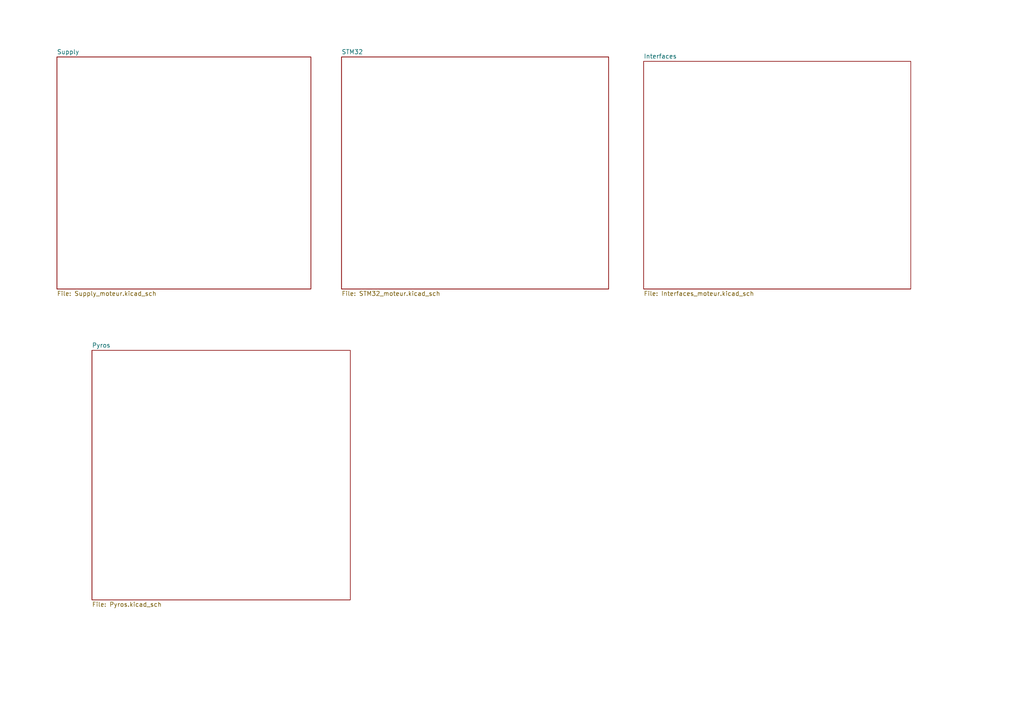
<source format=kicad_sch>
(kicad_sch
	(version 20250114)
	(generator "eeschema")
	(generator_version "9.0")
	(uuid "b0d87684-7b1c-41d8-8358-755aa327573e")
	(paper "A4")
	(lib_symbols)
	(sheet
		(at 26.67 101.6)
		(size 74.93 72.39)
		(exclude_from_sim no)
		(in_bom yes)
		(on_board yes)
		(dnp no)
		(fields_autoplaced yes)
		(stroke
			(width 0.1524)
			(type solid)
		)
		(fill
			(color 0 0 0 0.0000)
		)
		(uuid "1c3f73a9-ace7-4654-9081-04f4c5cd0c08")
		(property "Sheetname" "Pyros"
			(at 26.67 100.8884 0)
			(effects
				(font
					(size 1.27 1.27)
				)
				(justify left bottom)
			)
		)
		(property "Sheetfile" "Pyros.kicad_sch"
			(at 26.67 174.5746 0)
			(effects
				(font
					(size 1.27 1.27)
				)
				(justify left top)
			)
		)
		(instances
			(project "PCB_moteur"
				(path "/b0d87684-7b1c-41d8-8358-755aa327573e"
					(page "5")
				)
			)
		)
	)
	(sheet
		(at 99.06 16.51)
		(size 77.47 67.31)
		(exclude_from_sim no)
		(in_bom yes)
		(on_board yes)
		(dnp no)
		(fields_autoplaced yes)
		(stroke
			(width 0.1524)
			(type solid)
		)
		(fill
			(color 0 0 0 0.0000)
		)
		(uuid "753d1783-c2f5-4012-bbb8-3f4eadf066f6")
		(property "Sheetname" "STM32"
			(at 99.06 15.7984 0)
			(effects
				(font
					(size 1.27 1.27)
				)
				(justify left bottom)
			)
		)
		(property "Sheetfile" "STM32_moteur.kicad_sch"
			(at 99.06 84.4046 0)
			(effects
				(font
					(size 1.27 1.27)
				)
				(justify left top)
			)
		)
		(instances
			(project "PCB_moteur"
				(path "/b0d87684-7b1c-41d8-8358-755aa327573e"
					(page "3")
				)
			)
		)
	)
	(sheet
		(at 16.51 16.51)
		(size 73.66 67.31)
		(exclude_from_sim no)
		(in_bom yes)
		(on_board yes)
		(dnp no)
		(fields_autoplaced yes)
		(stroke
			(width 0.1524)
			(type solid)
		)
		(fill
			(color 0 0 0 0.0000)
		)
		(uuid "92d1df5d-a307-4eea-a65c-ade4cb0ad548")
		(property "Sheetname" "Supply"
			(at 16.51 15.7984 0)
			(effects
				(font
					(size 1.27 1.27)
				)
				(justify left bottom)
			)
		)
		(property "Sheetfile" "Supply_moteur.kicad_sch"
			(at 16.51 84.4046 0)
			(effects
				(font
					(size 1.27 1.27)
				)
				(justify left top)
			)
		)
		(instances
			(project "PCB_moteur"
				(path "/b0d87684-7b1c-41d8-8358-755aa327573e"
					(page "2")
				)
			)
		)
	)
	(sheet
		(at 186.69 17.78)
		(size 77.47 66.04)
		(exclude_from_sim no)
		(in_bom yes)
		(on_board yes)
		(dnp no)
		(fields_autoplaced yes)
		(stroke
			(width 0.1524)
			(type solid)
		)
		(fill
			(color 0 0 0 0.0000)
		)
		(uuid "a8ed0c04-b51e-4eec-84d1-0b2303d57d27")
		(property "Sheetname" "Interfaces"
			(at 186.69 17.0684 0)
			(effects
				(font
					(size 1.27 1.27)
				)
				(justify left bottom)
			)
		)
		(property "Sheetfile" "Interfaces_moteur.kicad_sch"
			(at 186.69 84.4046 0)
			(effects
				(font
					(size 1.27 1.27)
				)
				(justify left top)
			)
		)
		(instances
			(project "PCB_moteur"
				(path "/b0d87684-7b1c-41d8-8358-755aa327573e"
					(page "4")
				)
			)
		)
	)
	(sheet_instances
		(path "/"
			(page "1")
		)
	)
	(embedded_fonts no)
)

</source>
